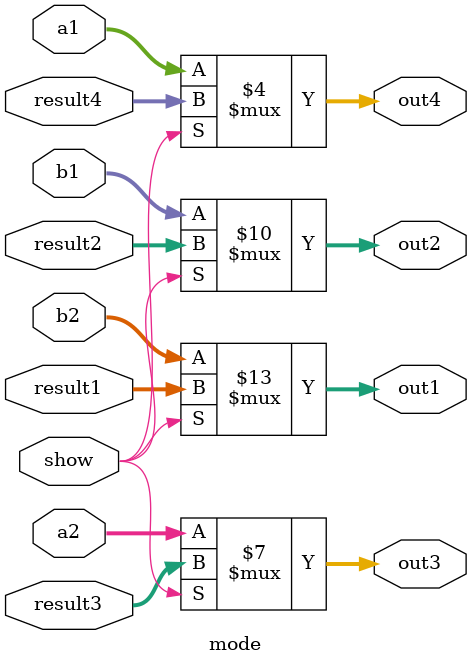
<source format=v>
`timescale 1ns / 1ps


module mode(
    input show,
    input [3:0] result1,
    input [3:0] result2,
    input [3:0] result3,
    input [3:0] result4,
    input [3:0] a1,
    input [3:0] a2,
    input [3:0] b1,
    input [3:0] b2,
    output reg [3:0] out1,
    output reg [3:0] out2,
    output reg [3:0] out3,
    output reg [3:0] out4
    );
    
    always@*
    if(show == 1'b0)
    begin
        out1 = b2;
        out2 = b1;
        out3 = a2;
        out4 = a1;
    end
    else
    begin
        out1 = result1;
        out2 = result2;
        out3 = result3;
        out4 = result4;
    end
endmodule

</source>
